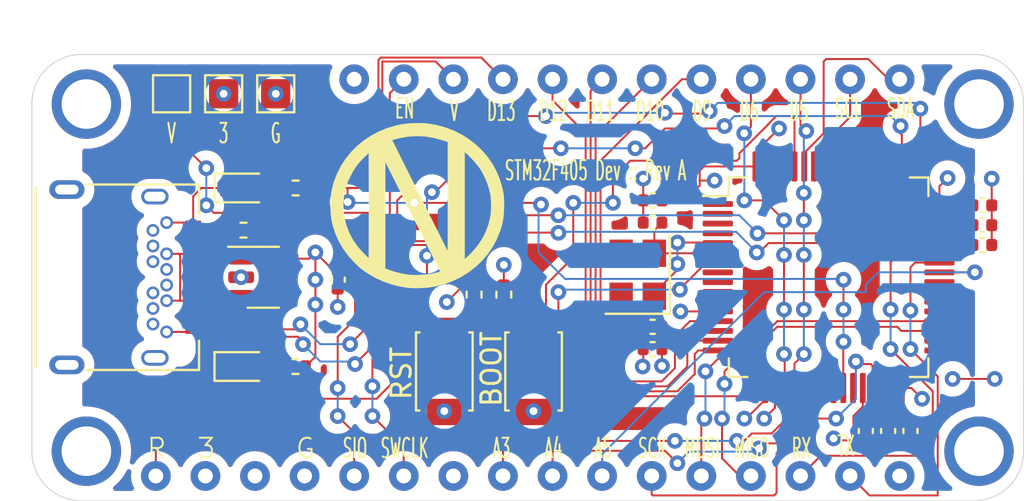
<source format=kicad_pcb>
(kicad_pcb (version 20211014) (generator pcbnew)
  (layers (0 "F.Cu" signal) (1 "In1.Cu" power "PWR") (2 "In2.Cu" power "GND") (31 "B.Cu" signal) (34 "B.Paste" user) (35 "F.Paste" user) (36 "B.SilkS" user "B.Silkscreen") (37 "F.SilkS" user "F.Silkscreen") (38 "B.Mask" user) (39 "F.Mask" user) (44 "Edge.Cuts" user))
  (net 0 "")
  (net 1 "+3V3")
  (net 2 "GND")
  (net 3 "Net-(C2-Pad1)")
  (net 4 "Net-(C3-Pad1)")
  (net 5 "Net-(C4-Pad1)")
  (net 6 "Net-(C5-Pad1)")
  (net 7 "Net-(D1-Pad2)")
  (net 8 "Net-(D2-Pad2)")
  (net 9 "VBUS")
  (net 11 "/usb_dp")
  (net 12 "/usb_dm")
  (net 14 "/enable")
  (net 15 "/gpio6")
  (net 16 "/nreset")
  (net 17 "/boot0")
  (net 19 "/pwm4")
  (net 20 "/pwm3")
  (net 21 "/pwm2")
  (net 22 "/pwm1")
  (net 23 "/gpio1")
  (net 24 "/gpio2")
  (net 25 "/scl")
  (net 26 "/sda")
  (net 29 "/gpio3")
  (net 30 "/gpio4")
  (net 31 "/gpio5")
  (net 32 "/sck")
  (net 33 "/mosi")
  (net 34 "/miso")
  (net 35 "/usart_rx")
  (net 36 "/usart_tx")
  (net 57 "/swdio")
  (net 58 "/swclk")
  (footprint "TestPoint:TestPoint_Pad_1.5x1.5mm" (layer "F.Cu") (at 126.111 79.756)
    (fp_text reference "TP1" hide)
    (fp_text value "TP_VBUS" hide)
  )
  (footprint "Capacitor_SMD:C_0402_1005Metric" (layer "F.Cu") (at 150.749 86.36 180)
    (fp_text reference "C3" hide)
    (fp_text value "20pF" hide)
  )
  (footprint "USB-C-Connectors:TYPE-C-31-M-04" (layer "F.Cu") (at 122.147 89.154 -90)
    (fp_text reference "P1" hide)
    (fp_text value "USB_C_Plug_USB2.0" hide)
  )
  (footprint "Capacitor_SMD:C_0402_1005Metric" (layer "F.Cu") (at 150.749 92.837 180)
    (fp_text reference "C11" hide)
    (fp_text value "100nF" hide)
  )
  (footprint "Capacitor_SMD:C_0402_1005Metric" (layer "F.Cu") (at 150.749 91.694 180)
    (fp_text reference "C2" hide)
    (fp_text value "20pF" hide)
  )
  (footprint "TestPoint:TestPoint_Pad_1.5x1.5mm" (layer "F.Cu") (at 128.778 79.756)
    (fp_text reference "TP2" hide)
    (fp_text value "TP_3V3" hide)
  )
  (footprint "adafruit:Feather_Main" (layer "F.Cu") (at 141.814 75.203)
    (fp_text reference "U1" hide)
    (fp_text value "Feather" hide)
    (fp_line (start 27.939532 22.908762) (end 27.94 5.08) (layer "Edge.Cuts") (width 0.05))
    (fp_line (start -20.32 25.4) (end 25.4 25.4) (layer "Edge.Cuts") (width 0.05))
    (fp_line (start 25.4 2.54) (end -20.32 2.54) (layer "Edge.Cuts") (width 0.05))
    (fp_line (start -22.86 5.08) (end -22.86 22.86) (layer "Edge.Cuts") (width 0.05))
    (fp_arc (start -20.32 25.4) (mid -22.116051 24.656051) (end -22.86 22.86) (layer "Edge.Cuts") (width 0.05))
    (fp_arc (start 25.4 2.54) (mid 27.196051 3.283949) (end 27.94 5.08) (layer "Edge.Cuts") (width 0.05))
    (fp_arc (start -22.86 5.08) (mid -22.116051 3.283949) (end -20.32 2.54) (layer "Edge.Cuts") (width 0.05))
    (fp_arc (start 27.939532 22.908762) (mid 27.178728 24.673209) (end 25.4 25.4) (layer "Edge.Cuts") (width 0.05))
  )
  (footprint "Package_TO_SOT_SMD:SOT-23-5" (layer "F.Cu") (at 130.81 89.154)
    (fp_text reference "U2" hide)
    (fp_text value "AP2112K-3.3" hide)
  )
  (footprint "Capacitor_SMD:C_0402_1005Metric" (layer "F.Cu") (at 150.749 85.217 180)
    (fp_text reference "C8" hide)
    (fp_text value "100nF" hide)
  )
  (footprint "Capacitor_SMD:C_0402_1005Metric" (layer "F.Cu") (at 163.957 97.028 -90)
    (fp_text reference "C9" hide)
    (fp_text value "100nF" hide)
  )
  (footprint "Capacitor_SMD:C_0402_1005Metric" (layer "F.Cu") (at 167.64 85.471)
    (fp_text reference "C10" hide)
    (fp_text value "4.7uF" hide)
  )
  (footprint "Resistor_SMD:R_0402_1005Metric" (layer "F.Cu") (at 132.461 84.582 180)
    (fp_text reference "R2" hide)
    (fp_text value "560" hide)
  )
  (footprint "Capacitor_SMD:C_0402_1005Metric" (layer "F.Cu") (at 161.671 97.028 -90)
    (fp_text reference "C4" hide)
    (fp_text value "2.2uF" hide)
  )
  (footprint "Crystal:Crystal_SMD_3225-4Pin_3.2x2.5mm" (layer "F.Cu") (at 149.987 89.027 90)
    (fp_text reference "Y1" hide)
    (fp_text value "12MHz" hide)
  )
  (footprint "TestPoint:TestPoint_Pad_1.5x1.5mm" (layer "F.Cu") (at 131.445 79.756)
    (fp_text reference "TP3" hide)
    (fp_text value "TP_GND" hide)
  )
  (footprint "Package_QFP:LQFP-64_10x10mm_P0.5mm" (layer "F.Cu") (at 159.766 89.154)
    (fp_text reference "U3" hide)
    (fp_text value "STM32F405RGTx" hide)
  )
  (footprint "tactile_switches:TS-1088-AR02016" (layer "F.Cu") (at 144.653 93.98 -90)
    (fp_text reference "SW2" hide)
    (fp_text value "BOOT")
  )
  (footprint "Capacitor_SMD:C_0402_1005Metric" (layer "F.Cu") (at 167.64 87.503)
    (fp_text reference "C5" hide)
    (fp_text value "2.2uF" hide)
  )
  (footprint "LED_SMD:LED_0603_1608Metric" (layer "F.Cu") (at 129.794 93.726)
    (fp_text reference "D2" hide)
    (fp_text value "LED" hide)
  )
  (footprint "Capacitor_SMD:C_0402_1005Metric" (layer "F.Cu") (at 134.62 89.281 -90)
    (fp_text reference "C1" hide)
    (fp_text value "1uF" hide)
  )
  (footprint "LED_SMD:LED_0603_1608Metric" (layer "F.Cu") (at 129.794 84.582)
    (fp_text reference "D1" hide)
    (fp_text value "LED" hide)
  )
  (footprint "Resistor_SMD:R_0402_1005Metric" (layer "F.Cu") (at 141.605 90.043 -90)
    (fp_text reference "R3" hide)
    (fp_text value "10k" hide)
  )
  (footprint "Capacitor_SMD:C_0402_1005Metric" (layer "F.Cu") (at 162.814 97.028 -90)
    (fp_text reference "C7" hide)
    (fp_text value "100nF" hide)
  )
  (footprint "Resistor_SMD:R_0402_1005Metric" (layer "F.Cu") (at 143.129 90.043 90)
    (fp_text reference "R4" hide)
    (fp_text value "10k" hide)
  )
  (footprint "tactile_switches:TS-1088-AR02016" (layer "F.Cu") (at 140.081 93.98 90)
    (fp_text reference "SW1" hide)
    (fp_text value "RST")
  )
  (footprint "Resistor_SMD:R_0402_1005Metric" (layer "F.Cu") (at 132.461 93.726)
    (fp_text reference "R5" hide)
    (fp_text value "560" hide)
  )
  (footprint "Capacitor_SMD:C_0402_1005Metric" (layer "F.Cu") (at 167.64 86.487)
    (fp_text reference "C6" hide)
    (fp_text value "100nF" hide)
  )
  (footprint "symbols:logo" (layer "F.Cu") (at 138.684 85.471)
    (fp_text reference "G***" hide)
    (fp_text value "LOGO" hide)
  )
  (footprint "Resistor_SMD:R_0402_1005Metric" (layer "F.Cu") (at 129.794 86.741)
    (fp_text reference "R1" hide)
    (fp_text value "10k" hide)
  )
  (gr_text "RX" (at 158.369 97.917) (layer "F.SilkS") (effects (font (size 1 0.5) (thickness 0.1))))
  (gr_text "D10" (at 150.622 80.645) (layer "F.SilkS") (effects (font (size 1 0.5) (thickness 0.1))))
  (gr_text "A4" (at 145.669 97.917) (layer "F.SilkS") (effects (font (size 1 0.5) (thickness 0.1))))
  (gr_text "SIO" (at 135.509 97.917) (layer "F.SilkS") (effects (font (size 1 0.5) (thickness 0.1))))
  (gr_text "A5" (at 148.209 97.917) (layer "F.SilkS") (effects (font (size 1 0.5) (thickness 0.1))))
  (gr_text "D13" (at 143.002 80.645) (layer "F.SilkS") (effects (font (size 1 0.5) (thickness 0.1))))
  (gr_text "G" (at 132.969 97.917) (layer "F.SilkS") (effects (font (size 1 1) (thickness 0.1))))
  (gr_text "D11" (at 148.082 80.645) (layer "F.SilkS") (effects (font (size 1 0.5) (thickness 0.1))))
  (gr_text "SWCLK" (at 138.049 97.917) (layer "F.SilkS") (effects (font (size 1 0.5) (thickness 0.1))))
  (gr_text "D9" (at 153.289 80.645) (layer "F.SilkS") (effects (font (size 1 0.5) (thickness 0.1))))
  (gr_text "3" (at 127.889 97.917) (layer "F.SilkS") (effects (font (size 1 1) (thickness 0.1))))
  (gr_text "V" (at 140.589 80.645) (layer "F.SilkS") (effects (font (size 1 0.5) (thickness 0.1))))
  (gr_text "SCK" (at 150.749 97.917) (layer "F.SilkS") (effects (font (size 1 0.5) (thickness 0.1))))
  (gr_text "TX" (at 160.655 97.79) (layer "F.SilkS") (effects (font (size 1 0.5) (thickness 0.1))))
  (gr_text "MOSI" (at 153.289 97.917) (layer "F.SilkS") (effects (font (size 1 0.5) (thickness 0.1))))
  (gr_text "STM32F405 Dev :: Rev A" (at 147.828 83.693) (layer "F.SilkS") (effects (font (size 1 0.5) (thickness 0.1))))
  (gr_text "R" (at 125.349 97.917) (layer "F.SilkS") (effects (font (size 1 1) (thickness 0.1))))
  (gr_text "D12" (at 145.669 80.645) (layer "F.SilkS") (effects (font (size 1 0.5) (thickness 0.1))))
  (gr_text "MISO" (at 155.829 97.917) (layer "F.SilkS") (effects (font (size 1 0.5) (thickness 0.1))))
  (gr_text "SCL" (at 160.782 80.518) (layer "F.SilkS") (effects (font (size 1 0.5) (thickness 0.1))))
  (gr_text "D5" (at 158.242 80.645) (layer "F.SilkS") (effects (font (size 1 0.5) (thickness 0.1))))
  (gr_text "V" (at 126.111 81.788) (layer "F.SilkS") (effects (font (size 1 0.5) (thickness 0.1))))
  (gr_text "SDA" (at 163.449 80.518) (layer "F.SilkS") (effects (font (size 1 0.5) (thickness 0.1))))
  (gr_text "A3" (at 143.002 97.917) (layer "F.SilkS") (effects (font (size 1 0.5) (thickness 0.1))))
  (gr_text "G" (at 131.445 81.788) (layer "F.SilkS") (effects (font (size 1 0.5) (thickness 0.1))))
  (gr_text "3" (at 128.778 81.788) (layer "F.SilkS") (effects (font (size 1 0.5) (thickness 0.1))))
  (gr_text "EN" (at 138.049 80.518) (layer "F.SilkS") (effects (font (size 1 0.5) (thickness 0.1))))
  (gr_text "D6" (at 155.702 80.645) (layer "F.SilkS") (effects (font (size 1 0.5) (thickness 0.1))))
  (segment (start 165.441 84.495) (end 165.862 84.074) (width 0.1) (layer "F.Cu") (net 1))
  (segment (start 153.162 83.693) (end 153.376 83.479) (width 0.1) (layer "F.Cu") (net 1))
  (segment (start 162.814 96.548) (end 163.957 96.548) (width 0.1) (layer "F.Cu") (net 1))
  (segment (start 164.0025 94.829) (end 163.516 94.829) (width 0.1) (layer "F.Cu") (net 1))
  (segment (start 133.477 90.551) (end 133.477 89.281) (width 0.1) (layer "F.Cu") (net 1))
  (segment (start 165.441 85.404) (end 165.441 84.495) (width 0.1) (layer "F.Cu") (net 1))
  (segment (start 133.477 90.551) (end 133.477 87.884) (width 0.1) (layer "F.Cu") (net 1))
  (segment (start 152.4 85.217) (end 153.162 84.455) (width 0.1) (layer "F.Cu") (net 1))
  (segment (start 151.229 92.837) (end 151.229 93.698) (width 0.1) (layer "F.Cu") (net 1))
  (segment (start 133.477 87.884) (end 134.394 88.801) (width 0.1) (layer "F.Cu") (net 1))
  (segment (start 165.441 85.404) (end 167.093 85.404) (width 0.1) (layer "F.Cu") (net 1))
  (segment (start 131.9475 88.204) (end 133.157 88.204) (width 0.1) (layer "F.Cu") (net 1))
  (segment (start 151.229 85.217) (end 152.4 85.217) (width 0.1) (layer "F.Cu") (net 1))
  (segment (start 141.605 89.533) (end 141.099 89.533) (width 0.1) (layer "F.Cu") (net 1))
  (segment (start 132.971 93.726) (end 133.477 93.22) (width 0.1) (layer "F.Cu") (net 1))
  (segment (start 153.162 84.201) (end 153.924 84.201) (width 0.1) (layer "F.Cu") (net 1))
  (segment (start 152.662 91.404) (end 154.091 91.404) (width 0.1) (layer "F.Cu") (net 1))
  (segment (start 163.516 96.107) (end 163.957 96.548) (width 0.1) (layer "F.Cu") (net 1))
  (segment (start 157.016 95.841) (end 157.016 94.829) (width 0.1) (layer "F.Cu") (net 1))
  (segment (start 163.516 94.829) (end 163.516 96.107) (width 0.1) (layer "F.Cu") (net 1))
  (segment (start 133.157 88.204) (end 133.477 87.884) (width 0.1) (layer "F.Cu") (net 1))
  (segment (start 153.162 84.201) (end 153.162 83.693) (width 0.1) (layer "F.Cu") (net 1))
  (segment (start 153.162 84.455) (end 153.162 84.201) (width 0.1) (layer "F.Cu") (net 1))
  (segment (start 164.5505 95.377) (end 164.0025 94.829) (width 0.1) (layer "F.Cu") (net 1))
  (segment (start 153.376 83.479) (end 156.016 83.479) (width 0.1) (layer "F.Cu") (net 1))
  (segment (start 167.16 86.487) (end 167.16 85.471) (width 0.1) (layer "F.Cu") (net 1))
  (segment (start 156.464 96.393) (end 157.016 95.841) (width 0.1) (layer "F.Cu") (net 1))
  (segment (start 133.477 93.22) (end 133.477 90.551) (width 0.1) (layer "F.Cu") (net 1))
  (segment (start 134.394 88.801) (end 134.62 88.801) (width 0.1) (layer "F.Cu") (net 1))
  (segment (start 167.093 85.404) (end 167.16 85.471) (width 0.1) (layer "F.Cu") (net 1))
  (segment (start 151.229 92.837) (end 152.662 91.404) (width 0.1) (layer "F.Cu") (net 1))
  (segment (start 141.099 89.533) (end 140.208 90.424) (width 0.1) (layer "F.Cu") (net 1))
  (via (at 165.862 84.074) (size 0.8) (drill 0.4) (layers "F.Cu" "B.Cu") (net 1))
  (via (at 140.208 90.424) (size 0.8) (drill 0.4) (layers "F.Cu" "B.Cu") (net 1))
  (via (at 128.778 79.756) (size 0.8) (drill 0.4) (layers "F.Cu" "B.Cu") (net 1))
  (via (at 151.229 93.698) (size 0.8) (drill 0.4) (layers "F.Cu" "B.Cu") (net 1))
  (via (at 164.5505 95.377) (size 0.8) (drill 0.4) (layers "F.Cu" "B.Cu") (net 1))
  (via (at 144.653 96.012) (size 0.8) (drill 0.4) (layers "F.Cu" "B.Cu") (net 1))
  (via (at 133.477 89.281) (size 0.8) (drill 0.4) (layers "F.Cu" "B.Cu") (net 1))
  (via (at 156.464 96.393) (size 0.8) (drill 0.4) (layers "F.Cu" "B.Cu") (net 1))
  (via (at 133.477 90.551) (size 0.8) (drill 0.4) (layers "F.Cu" "B.Cu") (net 1))
  (via (at 153.924 84.201) (size 0.8) (drill 0.4) (layers "F.Cu" "B.Cu") (net 1))
  (via (at 133.477 87.884) (size 0.8) (drill 0.4) (layers "F.Cu" "B.Cu") (net 1))
  (segment (start 127.635 84.582) (end 129.0065 84.582) (width 0.1) (layer "F.Cu") (net 2))
  (segment (start 161.671 97.508) (end 162.814 97.508) (width 0.1) (layer "F.Cu") (net 2))
  (segment (start 150.269 92.837) (end 150.269 93.698) (width 0.1) (layer "F.Cu") (net 2))
  (segment (start 166.116 94.361) (end 168.275 94.361) (width 0.1) (layer "F.Cu") (net 2))
  (segment (start 161.516 94.829) (end 161.516 95.786) (width 0.1) (layer "F.Cu") (net 2))
  (segment (start 150.269 93.698) (end 150.241 93.726) (width 0.1) (layer "F.Cu") (net 2))
  (segment (start 168.12 87.503) (end 168.12 86.487) (width 0.1) (layer "F.Cu") (net 2))
  (segment (start 160.02 97.409) (end 160.119 97.508) (width 0.1) (layer "F.Cu") (net 2))
  (segment (start 161.036 97.409) (end 161.135 97.508) (width 0.1) (layer "F.Cu") (net 2))
  (segment (start 155.448 96.393) (end 155.544519 96.393) (width 0.1) (layer "F.Cu") (net 2))
  (segment (start 127.217 85) (end 127.635 84.582) (width 0.1) (layer "F.Cu") (net 2))
  (segment (start 127.167 91.954) (end 127.217 91.904) (width 0.1) (layer "F.Cu") (net 2))
  (segment (start 161.135 97.508) (end 161.671 97.508) (width 0.1) (layer "F.Cu") (net 2))
  (segment (start 150.269 85.217) (end 150.269 84.102) (width 0.1) (layer "F.Cu") (net 2))
  (segment (start 156.516 95.421519) (end 156.516 94.829) (width 0.1) (layer "F.Cu") (net 2))
  (segment (start 161.516 95.786) (end 161.036 96.266) (width 0.1) (layer "F.Cu") (net 2))
  (segment (start 143.129 89.533) (end 143.129 88.519) (width 0.1) (layer "F.Cu") (net 2))
  (segment (start 155.544519 96.393) (end 156.516 95.421519) (width 0.1) (layer "F.Cu") (net 2))
  (segment (start 125.857 86.354) (end 127.167 86.354) (width 0.1) (layer "F.Cu") (net 2))
  (segment (start 129.0065 93.6935) (end 129.0065 93.726) (width 0.1) (layer "F.Cu") (net 2))
  (segment (start 168.12 85.471) (end 168.12 86.487) (width 0.1) (layer "F.Cu") (net 2))
  (segment (start 160.119 97.508) (end 161.135 97.508) (width 0.1) (layer "F.Cu") (net 2))
  (segment (start 156.516 82.244) (end 157.226 81.534) (width 0.1) (layer "F.Cu") (net 2))
  (segment (start 161.036 96.266) (end 161.036 97.409) (width 0.1) (layer "F.Cu") (net 2))
  (segment (start 154.091 90.904) (end 152.174 90.904) (width 0.1) (layer "F.Cu") (net 2))
  (segment (start 150.269 91.694) (end 150.269 92.837) (width 0.1) (layer "F.Cu") (net 2))
  (segment (start 127.217 86.404) (end 127.217 85) (width 0.1) (layer "F.Cu") (net 2))
  (segment (start 134.62 89.761) (end 134.62 90.678) (width 0.1) (layer "F.Cu") (net 2))
  (segment (start 127.217 91.904) (end 129.0065 93.6935) (width 0.1) (layer "F.Cu") (net 2))
  (segment (start 162.814 97.508) (end 163.957 97.508) (width 0.1) (layer "F.Cu") (net 2))
  (segment (start 127.167 86.354) (end 127.217 86.404) (width 0.1) (layer "F.Cu") (net 2))
  (segment (start 150.269 85.217) (end 150.269 86.36) (width 0.1) (layer "F.Cu") (net 2))
  (segment (start 125.857 91.954) (end 127.167 91.954) (width 0.1) (layer "F.Cu") (net 2))
  (segment (start 168.12 85.471) (end 168.12 84.102) (width 0.1) (layer "F.Cu") (net 2))
  (segment (start 156.516 83.479) (end 156.516 82.244) (width 0.1) (layer "F.Cu") (net 2))
  (via (at 168.275 94.361) (size 0.8) (drill 0.4) (layers "F.Cu" "B.Cu") (net 2))
  (via (at 131.445 79.756) (size 0.8) (drill 0.4) (layers "F.Cu" "B.Cu") (net 2))
  (via (at 129.667 89.154) (size 0.8) (drill 0.4) (layers "F.Cu" "B.Cu") (net 2))
  (via (at 150.269 84.102) (size 0.8) (drill 0.4) (layers "F.Cu" "B.Cu") (net 2))
  (via (at 166.116 94.361) (size 0.8) (drill 0.4) (layers "F.Cu" "B.Cu") (net 2))
  (via (at 140.081 96.012) (size 0.8) (drill 0.4) (layers "F.Cu" "B.Cu") (net 2))
  (via (at 157.226 81.534) (size 0.8) (drill 0.4) (layers "F.Cu" "B.Cu") (net 2))
  (via (at 143.129 88.519) (size 0.8) (drill 0.4) (layers "F.Cu" "B.Cu") (net 2))
  (via (at 152.174 90.904) (size 0.8) (drill 0.4) (layers "F.Cu" "B.Cu") (net 2))
  (via (at 150.241 93.726) (size 0.8) (drill 0.4) (layers "F.Cu" "B.Cu") (net 2))
  (via (at 155.448 96.393) (size 0.8) (drill 0.4) (layers "F.Cu" "B.Cu") (net 2))
  (via (at 168.12 84.102) (size 0.8) (drill 0.4) (layers "F.Cu" "B.Cu") (net 2))
  (via (at 160.02 97.409) (size 0.8) (drill 0.4) (layers "F.Cu" "B.Cu") (net 2))
  (via (at 134.62 90.678) (size 0.8) (drill 0.4) (layers "F.Cu" "B.Cu") (net 2))
  (segment (start 150.837 91.302) (end 150.837 90.127) (width 0.1) (layer "F.Cu") (net 3))
  (segment (start 152.019 87.376) (end 154.063 87.376) (width 0.1) (layer "F.Cu") (net 3))
  (segment (start 154.063 87.376) (end 154.091 87.404) (width 0.1) (layer "F.Cu") (net 3))
  (segment (start 152.019 88.773) (end 152.019 88.4765) (width 0.1) (layer "F.Cu") (net 3))
  (segment (start 151.229 91.694) (end 150.837 91.302) (width 0.1) (layer "F.Cu") (net 3))
  (segment (start 150.837 90.127) (end 150.837 89.955) (width 0.1) (layer "F.Cu") (net 3))
  (segment (start 150.837 89.955) (end 152.019 88.773) (width 0.1) (layer "F.Cu") (net 3))
  (via (at 152.019 87.376) (size 0.8) (drill 0.4) (layers "F.Cu" "B.Cu") (net 3))
  (via (at 152.019 88.4765) (size 0.8) (drill 0.4) (layers "F.Cu" "B.Cu") (net 3))
  (segment (start 152.019 88.4765) (end 152.019 87.376) (width 0.1) (layer "B.Cu") (net 3))
  (segment (start 150.837 87.927) (end 154.068 87.927) (width 0.1) (layer "F.Cu") (net 4))
  (segment (start 154.068 87.927) (end 154.091 87.904) (width 0.1) (layer "F.Cu") (net 4))
  (segment (start 151.229 86.36) (end 150.837 86.752) (width 0.1) (layer "F.Cu") (net 4))
  (segment (start 150.837 86.752) (end 150.837 87.927) (width 0.1) (layer "F.Cu") (net 4))
  (segment (start 162.814 96.012) (end 163.016 95.81) (width 0.1) (layer "F.Cu") (net 5))
  (segment (start 163.016 95.81) (end 163.016 94.829) (width 0.1) (layer "F.Cu") (net 5))
  (segment (start 161.671 96.012) (end 162.814 96.012) (width 0.1) (layer "F.Cu") (net 5))
  (segment (start 161.671 96.548) (end 161.671 96.012) (width 0.1) (layer "F.Cu") (net 5))
  (segment (start 166.549 85.904) (end 166.624 85.979) (width 0.1) (layer "F.Cu") (net 6))
  (segment (start 166.624 86.967) (end 167.16 87.503) (width 0.1) (layer "F.Cu") (net 6))
  (segment (start 165.441 85.904) (end 166.549 85.904) (width 0.1) (layer "F.Cu") (net 6))
  (segment (start 166.624 85.979) (end 166.624 86.967) (width 0.1) (layer "F.Cu") (net 6))
  (segment (start 130.5815 84.582) (end 131.951 84.582) (width 0.1) (layer "F.Cu") (net 7))
  (segment (start 130.5815 93.726) (end 131.951 93.726) (width 0.1) (layer "F.Cu") (net 8))
  (segment (start 129.284 87.8155) (end 129.6725 88.204) (width 0.1) (layer "F.Cu") (net 9))
  (segment (start 136.906 78.105) (end 137.622928 78.105) (width 0.1) (layer "F.Cu") (net 9))
  (segment (start 129.284 86.741) (end 129.284 87.8155) (width 0.1) (layer "F.Cu") (net 9))
  (segment (start 127.167 87.954) (end 127.217 87.904) (width 0.1) (layer "F.Cu") (net 9))
  (segment (start 137.622928 78.105) (end 137.626439 78.101489) (width 0.1) (layer "F.Cu") (net 9))
  (segment (start 129.286 85.852) (end 136.906 85.852) (width 0.1) (layer "F.Cu") (net 9))
  (segment (start 126.435 87.954) (end 127.167 87.954) (width 0.1) (layer "F.Cu") (net 9))
  (segment (start 129.284 85.854) (end 128.272 85.854) (width 0.1) (layer "F.Cu") (net 9))
  (segment (start 126.111 81.788) (end 126.111 79.756) (width 0.1) (layer "F.Cu") (net 9))
  (segment (start 129.284 86.741) (end 129.284 85.854) (width 0.1) (layer "F.Cu") (net 9))
  (segment (start 125.857 90.354) (end 126.549 90.354) (width 0.1) (layer "F.Cu") (net 9))
  (segment (start 127.167 90.354) (end 127.217 90.404) (width 0.1) (layer "F.Cu") (net 9))
  (segment (start 127.889 83.566) (end 126.111 81.788) (width 0.1) (layer "F.Cu") (net 9))
  (segment (start 137.626439 78.101489) (end 139.632489 78.101489) (width 0.1) (layer "F.Cu") (net 9))
  (segment (start 126.549 88.011) (end 126.549 90.354) (width 0.1) (layer "F.Cu") (net 9))
  (segment (start 129.3725 87.904) (end 129.6725 88.204) (width 0.1) (layer "F.Cu") (net 9))
  (segment (start 125.857 87.954) (end 126.435 87.954) (width 0.1) (layer "F.Cu") (net 9))
  (segment (start 126.549 90.354) (end 127.167 90.354) (width 0.1) (layer "F.Cu") (net 9))
  (segment (start 127.217 87.904) (end 129.3725 87.904) (width 0.1) (layer "F.Cu") (net 9))
  (segment (start 128.272 85.854) (end 127.889 85.471) (width 0.1) (layer "F.Cu") (net 9))
  (segment (start 139.632489 78.101489) (end 140.544 79.013) (width 0.1) (layer "F.Cu") (net 9))
  (segment (start 129.284 85.854) (end 129.286 85.852) (width 0.1) (layer "F.Cu") (net 9))
  (segment (start 136.906 85.852) (end 136.906 78.105) (width 0.1) (layer "F.Cu") (net 9))
  (segment (start 126.492 87.954) (end 126.549 88.011) (width 0.1) (layer "F.Cu") (net 9))
  (via (at 127.889 85.471) (size 0.8) (drill 0.4) (layers "F.Cu" "B.Cu") (net 9))
  (via (at 127.889 83.566) (size 0.8) (drill 0.4) (layers "F.Cu" "B.Cu") (net 9))
  (segment (start 127.889 85.471) (end 127.889 83.566) (width 0.1) (layer "B.Cu") (net 9))
  (segment (start 141.478 85.979) (end 145.923 85.979) (width 0.1) (layer "F.Cu") (net 11))
  (segment (start 127.217 88.904) (end 128.274 88.904) (width 0.1) (layer "F.Cu") (net 11))
  (segment (start 132.461 91.821) (end 132.715 91.567) (width 0.1) (layer "F.Cu") (net 11))
  (segment (start 128.274 88.904) (end 128.524 89.154) (width 0.1) (layer "F.Cu") (net 11))
  (segment (start 140.15352 87.30348) (end 141.478 85.979) (width 0.1) (layer "F.Cu") (net 11))
  (segment (start 135.255 92.583) (end 136.144 91.694) (width 0.1) (layer "F.Cu") (net 11))
  (segment (start 128.524 91.821) (end 132.461 91.821) (width 0.1) (layer "F.Cu") (net 11))
  (segment (start 165.441 86.904) (end 156.119 86.904) (width 0.1) (layer "F.Cu") (net 11))
  (segment (start 128.524 89.154) (end 128.524 91.821) (width 0.1) (layer "F.Cu") (net 11))
  (segment (start 136.144 91.694) (end 136.144 87.601836) (width 0.1) (layer "F.Cu") (net 11))
  (segment (start 136.144 87.601836) (end 136.442356 87.30348) (width 0.1) (layer "F.Cu") (net 11))
  (segment (start 136.442356 87.30348) (end 140.15352 87.30348) (width 0.1) (layer "F.Cu") (net 11))
  (via (at 132.715 91.567) (size 0.8) (drill 0.4) (layers "F.Cu" "B.Cu") (net 11))
  (via (at 135.255 92.583) (size 0.8) (drill 0.4) (layers "F.Cu" "B.Cu") (net 11))
  (via (at 156.119 86.904) (size 0.8) (drill 0.4) (layers "F.Cu" "B.Cu") (net 11))
  (via (at 145.923 85.979) (size 0.8) (drill 0.4) (layers "F.Cu" "B.Cu") (net 11))
  (segment (start 133.731 92.583) (end 135.255 92.583) (width 0.1) (layer "B.Cu") (net 11))
  (segment (start 132.715 91.567) (end 133.731 92.583) (width 0.1) (layer "B.Cu") (net 11))
  (segment (start 156.119 86.904) (end 155.194 85.979) (width 0.1) (layer "B.Cu") (net 11))
  (segment (start 155.194 85.979) (end 145.923 85.979) (width 0.1) (layer "B.Cu") (net 11))
  (segment (start 156.21 87.884) (end 156.083 87.884) (width 0.1) (layer "F.Cu") (net 12))
  (segment (start 132.842 92.456) (end 132.842 92.583) (width 0.1) (layer "F.Cu") (net 12))
  (segment (start 128.016 92.202) (end 132.588 92.202) (width 0.1) (layer "F.Cu") (net 12))
  (segment (start 136.398 92.71) (end 136.398 87.63) (width 0.1) (layer "F.Cu") (net 12))
  (segment (start 132.588 92.202) (end 132.842 92.456) (width 0.1) (layer "F.Cu") (net 12))
  (segment (start 156.69 87.404) (end 156.21 87.884) (width 0.1) (layer "F.Cu") (net 12))
  (segment (start 135.509 93.599) (end 136.398 92.71) (width 0.1) (layer "F.Cu") (net 12))
  (segment (start 128.016 89.789) (end 128.016 92.202) (width 0.1) (layer "F.Cu") (net 12))
  (segment (start 127.217 89.404) (end 127.631 89.404) (width 0.1) (layer "F.Cu") (net 12))
  (segment (start 141.732 86.868) (end 145.912497 86.868) (width 0.1) (layer "F.Cu") (net 12))
  (segment (start 165.441 87.404) (end 156.69 87.404) (width 0.1) (layer "F.Cu") (net 12))
  (segment (start 127.631 89.404) (end 128.016 89.789) (width 0.1) (layer "F.Cu") (net 12))
  (segment (start 136.398 87.63) (end 136.525 87.503) (width 0.1) (layer "F.Cu") (net 12))
  (segment (start 136.525 87.503) (end 141.097 87.503) (width 0.1) (layer "F.Cu") (net 12))
  (segment (start 145.912497 86.868) (end 145.923 86.878503) (width 0.1) (layer "F.Cu") (net 12))
  (segment (start 141.097 87.503) (end 141.732 86.868) (width 0.1) (layer "F.Cu") (net 12))
  (via (at 135.509 93.599) (size 0.8) (drill 0.4) (layers "F.Cu" "B.Cu") (net 12))
  (via (at 156.083 87.884) (size 0.8) (drill 0.4) (layers "F.Cu" "B.Cu") (net 12))
  (via (at 132.842 92.583) (size 0.8) (drill 0.4) (layers "F.Cu" "B.Cu") (net 12))
  (via (at 145.923 86.878503) (size 0.8) (drill 0.4) (layers "F.Cu" "B.Cu") (net 12))
  (segment (start 145.975014 86.826489) (end 145.923 86.878503) (width 0.1) (layer "B.Cu") (net 12))
  (segment (start 155.025489 86.826489) (end 145.975014 86.826489) (width 0.1) (layer "B.Cu") (net 12))
  (segment (start 156.083 87.884) (end 155.025489 86.826489) (width 0.1) (layer "B.Cu") (net 12))
  (segment (start 135.382 93.472) (end 135.509 93.599) (width 0.1) (layer "B.Cu") (net 12))
  (segment (start 133.731 93.472) (end 135.382 93.472) (width 0.1) (layer "B.Cu") (net 12))
  (segment (start 132.842 92.583) (end 133.731 93.472) (width 0.1) (layer "B.Cu") (net 12))
  (segment (start 130.749 90.104) (end 129.6725 90.104) (width 0.1) (layer "F.Cu") (net 14))
  (segment (start 130.812 86.233) (end 137.287 86.233) (width 0.1) (layer "F.Cu") (net 14))
  (segment (start 130.81 87.247) (end 130.81 90.043) (width 0.1) (layer "F.Cu") (net 14))
  (segment (start 130.304 86.741) (end 130.812 86.233) (width 0.1) (layer "F.Cu") (net 14))
  (segment (start 130.304 86.741) (end 130.81 87.247) (width 0.1) (layer "F.Cu") (net 14))
  (segment (start 137.287 86.233) (end 137.287 79.73) (width 0.1) (layer "F.Cu") (net 14))
  (segment (start 130.81 90.043) (end 130.749 90.104) (width 0.1) (layer "F.Cu") (net 14))
  (segment (start 137.287 79.73) (end 138.004 79.013) (width 0.1) (layer "F.Cu") (net 14))
  (segment (start 135.128 84.582) (end 136.70648 84.582) (width 0.1) (layer "F.Cu") (net 15))
  (segment (start 144.9485 85.344) (end 138.5535 85.344) (width 0.1) (layer "F.Cu") (net 15))
  (segment (start 136.826868 77.901969) (end 141.972969 77.901969) (width 0.1) (layer "F.Cu") (net 15))
  (segment (start 135.128 85.3025) (end 135.128 84.582) (width 0.1) (layer "F.Cu") (net 15))
  (segment (start 160.528 90.805) (end 160.528 89.281) (width 0.1) (layer "F.Cu") (net 15))
  (segment (start 141.972969 77.901969) (end 143.084 79.013) (width 0.1) (layer "F.Cu") (net 15))
  (segment (start 132.971 84.582) (end 135.128 84.582) (width 0.1) (layer "F.Cu") (net 15))
  (segment (start 160.516 92.468) (end 160.528 92.456) (width 0.1) (layer "F.Cu") (net 15))
  (segment (start 136.70648 78.022357) (end 136.826868 77.901969) (width 0.1) (layer "F.Cu") (net 15))
  (segment (start 136.70648 84.582) (end 136.70648 78.022357) (width 0.1) (layer "F.Cu") (net 15))
  (segment (start 145.034 85.4295) (end 144.9485 85.344) (width 0.1) (layer "F.Cu") (net 15))
  (segment (start 160.516 94.829) (end 160.516 92.468) (width 0.1) (layer "F.Cu") (net 15))
  (via (at 135.128 85.3025) (size 0.8) (drill 0.4) (layers "F.Cu" "B.Cu") (net 15))
  (via (at 138.5535 85.344) (size 0.8) (drill 0.4) (layers "F.Cu" "B.Cu") (net 15))
  (via (at 145.034 85.4295) (size 0.8) (drill 0.4) (layers "F.Cu" "B.Cu") (net 15))
  (via (at 160.528 92.456) (size 0.8) (drill 0.4) (layers "F.Cu" "B.Cu") (net 15))
  (via (at 160.528 89.281) (size 0.8) (drill 0.4) (layers "F.Cu" "B.Cu") (net 15))
  (via (at 160.528 90.805) (size 0.8) (drill 0.4) (layers "F.Cu" "B.Cu") (net 15))
  (segment (start 144.9925 85.471) (end 145.034 85.4295) (width 0.1) (layer "B.Cu") (net 15))
  (segment (start 144.907 87.884) (end 144.907 85.471) (width 0.1) (layer "B.Cu") (net 15))
  (segment (start 160.528 92.456) (end 160.528 90.805) (width 0.1) (layer "B.Cu") (net 15))
  (segment (start 160.528 89.281) (end 160.486489 89.239489) (width 0.1) (layer "B.Cu") (net 15))
  (segment (start 160.486489 89.239489) (end 146.262489 89.239489) (width 0.1) (layer "B.Cu") (net 15))
  (segment (start 146.262489 89.239489) (end 144.907 87.884) (width 0.1) (layer "B.Cu") (net 15))
  (segment (start 135.1695 85.344) (end 135.128 85.3025) (width 0.1) (layer "B.Cu") (net 15))
  (segment (start 144.907 85.471) (end 144.9925 85.471) (width 0.1) (layer "B.Cu") (net 15))
  (segment (start 138.5535 85.344) (end 135.1695 85.344) (width 0.1) (layer "B.Cu") (net 15))
  (segment (start 135.128 85.344) (end 135.128 85.3025) (width 0.1) (layer "B.Cu") (net 15))
  (segment (start 141.433 90.553) (end 141.605 90.553) (width 0.1) (layer "F.Cu") (net 16))
  (segment (start 140.081 91.905) (end 141.433 90.553) (width 0.1) (layer "F.Cu") (net 16))
  (segment (start 154.091 88.404) (end 153.498481 88.404) (width 0.1) (layer "F.Cu") (net 16))
  (segment (start 125.304 99.333) (end 125.304 96.057) (width 0.1) (layer "F.Cu") (net 16))
  (segment (start 152.146 89.756481) (end 152.146 89.789) (width 0.1) (layer "F.Cu") (net 16))
  (segment (start 145.923 89.916) (end 145.923 93.726) (width 0.1) (layer "F.Cu") (net 16))
  (segment (start 140.081 93.726) (end 140.081 91.905) (width 0.1) (layer "F.Cu") (net 16))
  (segment (start 153.498481 88.404) (end 152.146 89.756481) (width 0.1) (layer "F.Cu") (net 16))
  (segment (start 145.923 93.726) (end 140.081 93.726) (width 0.1) (layer "F.Cu") (net 16))
  (segment (start 136.609 95.377) (end 140.081 91.905) (width 0.1) (layer "F.Cu") (net 16))
  (segment (start 125.984 95.377) (end 136.609 95.377) (width 0.1) (layer "F.Cu") (net 16))
  (segment (start 125.304 96.057) (end 125.984 95.377) (width 0.1) (layer "F.Cu") (net 16))
  (via (at 152.146 89.789) (size 0.8) (drill 0.4) (layers "F.Cu" "B.Cu") (net 16))
  (via (at 145.923 89.916) (size 0.8) (drill 0.4) (layers "F.Cu" "B.Cu") (net 16))
  (segment (start 145.923 89.916) (end 146.05 89.789) (width 0.1) (layer "B.Cu") (net 16))
  (segment (start 146.05 89.789) (end 152.146 89.789) (width 0.1) (layer "B.Cu") (net 16))
  (segment (start 155.194 82.804) (end 155.194 83.058) (width 0.1) (layer "F.Cu") (net 17))
  (segment (start 145.288 89.535) (end 145.288 90.551) (width 0.1) (layer "F.Cu") (net 17))
  (segment (start 156.676489 81.321511) (end 155.194 82.804) (width 0.1) (layer "F.Cu") (net 17))
  (segment (start 157.861 80.899) (end 157.083873 80.899) (width 0.1) (layer "F.Cu") (net 17))
  (segment (start 158.016 81.054) (end 157.861 80.899) (width 0.1) (layer "F.Cu") (net 17))
  (segment (start 146.685 88.138) (end 145.288 89.535) (width 0.1) (layer "F.Cu") (net 17))
  (segment (start 149.606 83.185) (end 148.717 84.074) (width 0.1) (layer "F.Cu") (net 17))
  (segment (start 144.655 90.553) (end 143.129 90.553) (width 0.1) (layer "F.Cu") (net 17))
  (segment (start 145.288 90.551) (end 145.286 90.553) (width 0.1) (layer "F.Cu") (net 17))
  (segment (start 155.194 83.058) (end 155.067 83.185) (width 0.1) (layer "F.Cu") (net 17))
  (segment (start 155.067 83.185) (end 149.606 83.185) (width 0.1) (layer "F.Cu") (net 17))
  (segment (start 157.083873 80.899) (end 156.676489 81.306384) (width 0.1) (layer "F.Cu") (net 17))
  (segment (start 158.016 83.479) (end 158.016 81.054) (width 0.1) (layer "F.Cu") (net 17))
  (segment (start 144.653 90.555) (end 144.655 90.553) (width 0.1) (layer "F.Cu") (net 17))
  (segment (start 144.653 91.905) (end 144.653 90.555) (width 0.1) (layer "F.Cu") (net 17))
  (segment (start 156.676489 81.306384) (end 156.676489 81.321511) (width 0.1) (layer "F.Cu") (net 17))
  (segment (start 148.717 84.074) (end 148.717 85.344) (width 0.1) (layer "F.Cu") (net 17))
  (segment (start 146.685 85.344) (end 146.685 88.138) (width 0.1) (layer "F.Cu") (net 17))
  (segment (start 145.286 90.553) (end 144.655 90.553) (width 0.1) (layer "F.Cu") (net 17))
  (via (at 148.717 85.344) (size 0.8) (drill 0.4) (layers "F.Cu" "B.Cu") (net 17))
  (via (at 146.685 85.344) (size 0.8) (drill 0.4) (layers "F.Cu" "B.Cu") (net 17))
  (segment (start 148.717 85.344) (end 146.685 85.344) (width 0.1) (layer "B.Cu") (net 17))
  (segment (start 156.016 94.829) (end 155.595 95.25) (width 0.1) (layer "F.Cu") (net 19))
  (segment (start 147.32 90.678) (end 147.32 81.788) (width 0.1) (layer "F.Cu") (net 19))
  (segment (start 145.624 80.092) (end 145.624 79.013) (width 0.1) (layer "F.Cu") (net 19))
  (segment (start 146.939 95.25) (end 146.939 91.059) (width 0.1) (layer "F.Cu") (net 19))
  (segment (start 146.939 91.059) (end 147.32 90.678) (width 0.1) (layer "F.Cu") (net 19))
  (segment (start 155.595 95.25) (end 146.939 95.25) (width 0.1) (layer "F.Cu") (net 19))
  (segment (start 147.32 81.788) (end 145.624 80.092) (width 0.1) (layer "F.Cu") (net 19))
  (segment (start 147.574 90.932) (end 147.574 79.603) (width 0.1) (layer "F.Cu") (net 20))
  (segment (start 152.019 94.996) (end 147.32 94.996) (width 0.1) (layer "F.Cu") (net 20))
  (segment (start 152.908 94.107) (end 152.019 94.996) (width 0.1) (layer "F.Cu") (net 20))
  (segment (start 154.091 92.904) (end 153.095 92.904) (width 0.1) (layer "F.Cu") (net 20))
  (segment (start 147.193 91.313) (end 147.574 90.932) (width 0.1) (layer "F.Cu") (net 20))
  (segment (start 147.32 94.996) (end 147.193 94.869) (width 0.1) (layer "F.Cu") (net 20))
  (segment (start 147.574 79.603) (end 148.164 79.013) (width 0.1) (layer "F.Cu") (net 20))
  (segment (start 153.095 92.904) (end 152.908 93.091) (width 0.1) (layer "F.Cu") (net 20))
  (segment (start 147.193 94.869) (end 147.193 91.313) (width 0.1) (layer "F.Cu") (net 20))
  (segment (start 152.908 93.091) (end 152.908 94.107) (width 0.1) (layer "F.Cu") (net 20))
  (segment (start 147.828 81.889) (end 150.704 79.013) (width 0.1) (layer "F.Cu") (net 21))
  (segment (start 152.527 92.71) (end 152.527 93.726) (width 0.1) (layer "F.Cu") (net 21))
  (segment (start 152.527 93.726) (end 151.511 94.742) (width 0.1) (layer "F.Cu") (net 21))
  (segment (start 147.672837 94.742) (end 147.447 94.516163) (width 0.1) (layer "F.Cu") (net 21))
  (segment (start 152.833 92.404) (end 152.527 92.71) (width 0.1) (layer "F.Cu") (net 21))
  (segment (start 154.091 92.404) (end 152.833 92.404) (width 0.1) (layer "F.Cu") (net 21))
  (segment (start 147.828 91.059) (end 147.828 81.889) (width 0.1) (layer "F.Cu") (net 21))
  (segment (start 151.511 94.742) (end 147.672837 94.742) (width 0.1) (layer "F.Cu") (net 21))
  (segment (start 147.447 91.44) (end 147.828 91.059) (width 0.1) (layer "F.Cu") (net 21))
  (segment (start 147.447 94.516163) (end 147.447 91.44) (width 0.1) (layer "F.Cu") (net 21))
  (segment (start 151.892 93.812127) (end 151.216127 94.488) (width 0.1) (layer "F.Cu") (net 22))
  (segment (start 152.698 91.904) (end 151.892 92.71) (width 0.1) (layer "F.Cu") (net 22))
  (segment (start 148.082 91.313) (end 148.082 83.185) (width 0.1) (layer "F.Cu") (net 22))
  (segment (start 154.091 91.904) (end 152.698 91.904) (width 0.1) (layer "F.Cu") (net 22))
  (segment (start 148.082 83.185) (end 152.254 79.013) (width 0.1) (layer "F.Cu") (net 22))
  (segment (start 147.701 94.488) (end 147.701 91.694) (width 0.1) (layer "F.Cu") (net 22))
  (segment (start 147.701 91.694) (end 148.082 91.313) (width 0.1) (layer "F.Cu") (net 22))
  (segment (start 151.216127 94.488) (end 147.701 94.488) (width 0.1) (layer "F.Cu") (net 22))
  (segment (start 151.892 92.71) (end 151.892 93.812127) (width 0.1) (layer "F.Cu") (net 22))
  (segment (start 152.254 79.013) (end 153.244 79.013) (width 0.1) (layer "F.Cu") (net 22))
  (segment (start 157.516 93.127) (end 157.48 93.091) (width 0.1) (layer "F.Cu") (net 23))
  (segment (start 157.516 94.829) (end 157.516 93.127) (width 0.1) (layer "F.Cu") (net 23))
  (segment (start 157.48 90.805) (end 157.48 88.011) (width 0.1) (layer "F.Cu") (net 23))
  (segment (start 157.48 86.233) (end 156.464 85.217) (width 0.1) (layer "F.Cu") (net 23))
  (segment (start 155.784 81.436888) (end 155.784 79.013) (width 0.1) (layer "F.Cu") (net 23))
  (segment (start 156.464 85.217) (end 155.448 85.217) (width 0.1) (layer "F.Cu") (net 23))
  (segment (start 155.440444 81.780444) (end 155.784 81.436888) (width 0.1) (layer "F.Cu") (net 23))
  (via (at 155.440444 81.780444) (size 0.8) (drill 0.4) (layers "F.Cu" "B.Cu") (net 23))
  (via (at 157.48 88.011) (size 0.8) (drill 0.4) (layers "F.Cu" "B.Cu") (net 23))
  (via (at 157.48 86.233) (size 0.8) (drill 0.4) (layers "F.Cu" "B.Cu") (net 23))
  (via (at 157.48 93.091) (size 0.8) (drill 0.4) (layers "F.Cu" "B.Cu") (net 23))
  (via (at 155.448 85.217) (size 0.8) (drill 0.4) (layers "F.Cu" "B.Cu") (net 23))
  (via (at 157.48 90.805) (size 0.8) (drill 0.4) (layers "F.Cu" "B.Cu") (net 23))
  (segment (start 155.448 81.788) (end 155.448 85.217) (width 0.1) (layer "B.Cu") (net 23))
  (segment (start 157.48 93.091) (end 157.48 90.805) (width 0.1) (layer "B.Cu") (net 23))
  (segment (start 157.48 88.011) (end 157.48 86.233) (width 0.1) (layer "B.Cu") (net 23))
  (segment (start 155.440444 81.780444) (end 155.448 81.788) (width 0.1) (layer "B.Cu") (net 23))
  (segment (start 158.324 81.362) (end 158.324 79.013) (width 0.1) (layer "F.Cu") (net 24))
  (segment (start 158.623 81.661) (end 158.324 81.362) (width 0.1) (layer "F.Cu") (net 24))
  (segment (start 158.016 93.571) (end 158.496 93.091) (width 0.1) (layer "F.Cu") (net 24))
  (segment (start 158.016 94.829) (end 158.016 93.571) (width 0.1) (layer "F.Cu") (net 24))
  (segment (start 158.496 90.805) (end 158.496 88.011) (width 0.1) (layer "F.Cu") (net 24))
  (segment (start 158.496 86.233) (end 158.496 84.836) (width 0.1) (layer "F.Cu") (net 24))
  (via (at 158.496 84.836) (size 0.8) (drill 0.4) (layers "F.Cu" "B.Cu") (net 24))
  (via (at 158.623 81.661) (size 0.8) (drill 0.4) (layers "F.Cu" "B.Cu") (net 24))
  (via (at 158.496 90.805) (size 0.8) (drill 0.4) (layers "F.Cu" "B.Cu") (net 24))
  (via (at 158.496 88.011) (size 0.8) (drill 0.4) (layers "F.Cu" "B.Cu") (net 24))
  (via (at 158.496 86.233) (size 0.8) (drill 0.4) (layers "F.Cu" "B.Cu") (net 24))
  (via (at 158.496 93.091) (size 0.8) (drill 0.4) (layers "F.Cu" "B.Cu") (net 24))
  (segment (start 158.496 93.091) (end 158.496 90.805) (width 0.1) (layer "B.Cu") (net 24))
  (segment (start 158.496 81.788) (end 158.496 84.836) (width 0.1) (layer "B.Cu") (net 24))
  (segment (start 158.623 81.661) (end 158.496 81.788) (width 0.1) (layer "B.Cu") (net 24))
  (segment (start 158.496 88.011) (end 158.496 86.233) (width 0.1) (layer "B.Cu") (net 24))
  (segment (start 160.864 80.944) (end 160.864 79.013) (width 0.1) (layer "F.Cu") (net 25))
  (segment (start 159.016 83.479) (end 159.016 82.792) (width 0.1) (layer "F.Cu") (net 25))
  (segment (start 159.016 82.792) (end 160.864 80.944) (width 0.1) (layer "F.Cu") (net 25))
  (segment (start 159.639 77.978) (end 161.798 77.978) (width 0.1) (layer "F.Cu") (net 26))
  (segment (start 161.798 77.978) (end 162.833 79.013) (width 0.1) (layer "F.Cu") (net 26))
  (segment (start 159.512 81.788) (end 159.512 78.105) (width 0.1) (layer "F.Cu") (net 26))
  (segment (start 159.512 78.105) (end 159.639 77.978) (width 0.1) (layer "F.Cu") (net 26))
  (segment (start 162.833 79.013) (end 163.404 79.013) (width 0.1) (layer "F.Cu") (net 26))
  (segment (start 158.516 82.784) (end 159.512 81.788) (width 0.1) (layer "F.Cu") (net 26))
  (segment (start 158.516 83.479) (end 158.516 82.784) (width 0.1) (layer "F.Cu") (net 26))
  (segment (start 143.129 97.536) (end 143.084 97.581) (width 0.1) (layer "F.Cu") (net 29))
  (segment (start 143.084 97.581) (end 143.084 99.333) (width 0.1) (layer "F.Cu") (net 29))
  (segment (start 156.845 97.155) (end 155.829 97.155) (width 0.1) (layer "F.Cu") (net 29))
  (segment (start 158.516 95.484) (end 156.845 97.155) (width 0.1) (layer "F.Cu") (net 29))
  (segment (start 155.448 97.536) (end 155.067 97.536) (width 0.1) (layer "F.Cu") (net 29))
  (segment (start 158.516 94.829) (end 158.516 95.484) (width 0.1) (layer "F.Cu") (net 29))
  (segment (start 151.892 97.536) (end 143.129 97.536) (width 0.1) (layer "F.Cu") (net 29))
  (segment (start 155.829 97.155) (end 155.448 97.536) (width 0.1) (layer "F.Cu") (net 29))
  (via (at 151.892 97.536) (size 0.8) (drill 0.4) (layers "F.Cu" "B.Cu") (net 29))
  (via (at 155.067 97.536) (size 0.8) (drill 0.4) (layers "F.Cu" "B.Cu") (net 29))
  (segment (start 155.067 97.536) (end 151.892 97.536) (width 0.1) (layer "B.Cu") (net 29))
  (segment (start 157.099 97.663) (end 156.083 97.663) (width 0.1) (layer "F.Cu") (net 30))
  (segment (start 152.019 98.679) (end 151.384 98.044) (width 0.1) (layer "F.Cu") (net 30))
  (segment (start 159.016 95.746) (end 157.099 97.663) (width 0.1) (layer "F.Cu") (net 30))
  (segment (start 156.083 97.663) (end 156.21 97.79) (width 0.1) (layer "F.Cu") (net 30))
  (segment (start 156.21 97.79) (end 156.21 97.917) (width 0.1) (layer "F.Cu") (net 30))
  (segment (start 145.669 98.044) (end 145.624 98.089) (width 0.1) (layer "F.Cu") (net 30))
  (segment (start 151.384 98.044) (end 145.669 98.044) (width 0.1) (layer "F.Cu") (net 30))
  (segment (start 159.016 94.829) (end 159.016 95.746) (width 0.1) (layer "F.Cu") (net 30))
  (segment (start 145.624 98.089) (end 145.624 99.333) (width 0.1) (layer "F.Cu") (net 30))
  (via (at 156.21 97.917) (size 0.8) (drill 0.4) (layers "F.Cu" "B.Cu") (net 30))
  (via (at 152.019 98.679) (size 0.8) (drill 0.4) (layers "F.Cu" "B.Cu") (net 30))
  (segment (start 152.612489 98.085511) (end 152.019 98.679) (width 0.1) (layer "B.Cu") (net 30))
  (segment (start 156.041489 98.085511) (end 152.612489 98.085511) (width 0.1) (layer "B.Cu") (net 30))
  (segment (start 156.21 97.917) (end 156.041489 98.085511) (width 0.1) (layer "B.Cu") (net 30))
  (segment (start 167.255 88.904) (end 167.259 88.9) (width 0.1) (layer "F.Cu") (net 31))
  (segment (start 165.441 88.904) (end 167.255 88.904) (width 0.1) (layer "F.Cu") (net 31))
  (via (at 167.259 88.9) (size 0.8) (drill 0.4) (layers "F.Cu" "B.Cu") (net 31))
  (segment (start 167.259 88.9) (end 162.306 88.9) (width 0.1) (layer "B.Cu") (net 31))
  (segment (start 161.671 89.916) (end 156.464 89.916) (width 0.1) (layer "B.Cu") (net 31))
  (segment (start 156.464 89.916) (end 148.164 98.216) (width 0.1) (layer "B.Cu") (net 31))
  (segment (start 161.671 89.535) (end 161.671 89.916) (width 0.1) (layer "B.Cu") (net 31))
  (segment (start 162.306 88.9) (end 161.671 89.535) (width 0.1) (layer "B.Cu") (net 31))
  (segment (start 148.164 98.216) (end 148.164 99.333) (width 0.1) (layer "B.Cu") (net 31))
  (segment (start 161.925 93.599) (end 162.016 93.69) (width 0.1) (layer "F.Cu") (net 32))
  (segment (start 150.704 100.285) (end 150.749 100.33) (width 0.1) (layer "F.Cu") (net 32))
  (segment (start 161.163 93.472) (end 161.29 93.599) (width 0.1) (layer "F.Cu") (net 32))
  (segment (start 150.749 100.33) (end 156.972 100.33) (width 0.1) (layer "F.Cu") (net 32))
  (segment (start 157.099 100.203) (end 157.099 98.171) (width 0.1) (layer "F.Cu") (net 32))
  (segment (start 150.704 99.333) (end 150.704 100.285) (width 0.1) (layer "F.Cu") (net 32))
  (segment (start 157.099 98.171) (end 158.877 96.393) (width 0.1) (layer "F.Cu") (net 32))
  (segment (start 162.016 93.69) (end 162.016 94.829) (width 0.1) (layer "F.Cu") (net 32))
  (segment (start 158.877 96.393) (end 160.147 96.393) (width 0.1) (layer "F.Cu") (net 32))
  (segment (start 161.29 93.599) (end 161.925 93.599) (width 0.1) (layer "F.Cu") (net 32))
  (segment (start 156.972 100.33) (end 157.099 100.203) (width 0.1) (layer "F.Cu") (net 32))
  (via (at 160.147 96.393) (size 0.8) (drill 0.4) (layers "F.Cu" "B.Cu") (net 32))
  (via (at 161.163 93.472) (size 0.8) (drill 0.4) (layers "F.Cu" "B.Cu") (net 32))
  (segment (start 160.147 96.393) (end 161.163 95.377) (width 0.1) (layer "B.Cu") (net 32))
  (segment (start 161.163 95.377) (end 161.163 93.472) (width 0.1) (layer "B.Cu") (net 32))
  (segment (start 155.33548 93.20352) (end 154.227707 93.20352) (width 0.1) (layer "F.Cu") (net 33))
  (segment (start 153.405497 96.393) (end 153.244 96.554497) (width 0.1) (layer "F.Cu") (net 33))
  (segment (start 157.135 91.404) (end 155.33548 93.20352) (width 0.1) (layer "F.Cu") (net 33))
  (segment (start 165.441 91.404) (end 157.135 91.404) (width 0.1) (layer "F.Cu") (net 33))
  (segment (start 153.244 96.554497) (end 153.244 99.333) (width 0.1) (layer "F.Cu") (net 33))
  (segment (start 154.227707 93.20352) (end 153.4575 93.973727) (width 0.1) (layer "F.Cu") (net 33))
  (via (at 153.405497 96.393) (size 0.8) (drill 0.4) (layers "F.Cu" "B.Cu") (net 33))
  (via (at 153.4575 93.973727) (size 0.8) (drill 0.4) (layers "F.Cu" "B.Cu") (net 33))
  (segment (start 153.4575 96.340997) (end 153.4575 93.973727) (width 0.1) (layer "B.Cu") (net 33))
  (segment (start 153.405497 96.393) (end 153.4575 96.340997) (width 0.1) (layer "B.Cu") (net 33))
  (segment (start 154.305 98.425) (end 155.213 99.333) (width 0.1) (layer "F.Cu") (net 34))
  (segment (start 154.432 93.98) (end 155.00896 93.40304) (width 0.1) (layer "F.Cu") (net 34))
  (segment (start 155.00896 93.40304) (end 155.418124 93.40304) (width 0.1) (layer "F.Cu") (net 34))
  (segment (start 155.213 99.333) (end 155.784 99.333) (width 0.1) (layer "F.Cu") (net 34))
  (segment (start 157.127164 91.694) (end 163.283 91.694) (width 0.1) (layer "F.Cu") (net 34))
  (segment (start 154.305 96.393) (end 154.305 98.425) (width 0.1) (layer "F.Cu") (net 34))
  (segment (start 155.418124 93.40304) (end 157.127164 91.694) (width 0.1) (layer "F.Cu") (net 34))
  (segment (start 163.283 91.694) (end 163.493 91.904) (width 0.1) (layer "F.Cu") (net 34))
  (segment (start 163.493 91.904) (end 165.441 91.904) (width 0.1) (layer "F.Cu") (net 34))
  (segment (start 154.432 94.615) (end 154.432 93.98) (width 0.1) (layer "F.Cu") (net 34))
  (via (at 154.432 94.615) (size 0.8) (drill 0.4) (layers "F.Cu" "B.Cu") (net 34))
  (via (at 154.305 96.393) (size 0.8) (drill 0.4) (layers "F.Cu" "B.Cu") (net 34))
  (segment (start 154.305 96.393) (end 154.432 96.266) (width 0.1) (layer "B.Cu") (net 34))
  (segment (start 154.432 96.266) (end 154.432 94.615) (width 0.1) (layer "B.Cu") (net 34))
  (segment (start 159.359 98.298) (end 158.324 99.333) (width 0.1) (layer "F.Cu") (net 35))
  (segment (start 163.429 87.904) (end 162.941 88.392) (width 0.1) (layer "F.Cu") (net 35))
  (segment (start 162.941 88.392) (end 162.941 90.805) (width 0.1) (layer "F.Cu") (net 35))
  (segment (start 164.592 98.298) (end 159.359 98.298) (width 0.1) (layer "F.Cu") (net 35))
  (segment (start 162.941 92.837) (end 165.1 94.996) (width 0.1) (layer "F.Cu") (net 35))
  (segment (start 165.441 87.904) (end 163.429 87.904) (width 0.1) (layer "F.Cu") (net 35))
  (segment (start 165.1 97.79) (end 164.592 98.298) (width 0.1) (layer "F.Cu") (net 35))
  (segment (start 165.1 94.996) (end 165.1 97.79) (width 0.1) (layer "F.Cu") (net 35))
  (via (at 162.941 90.805) (size 0.8) (drill 0.4) (layers "F.Cu" "B.Cu") (net 35))
  (via (at 162.941 92.837) (size 0.8) (drill 0.4) (layers "F.Cu" "B.Cu") (net 35))
  (segment (start 162.941 90.805) (end 162.941 92.837) (width 0.1) (layer "B.Cu") (net 35))
  (segment (start 165.441 88.404) (end 164.199 88.404) (width 0.1) (layer "F.Cu") (net 36))
  (segment (start 164.199 88.404) (end 163.957 88.646) (width 0.1) (layer "F.Cu") (net 36))
  (segment (start 161.861 100.33) (end 160.864 99.333) (width 0.1) (layer "F.Cu") (net 36))
  (segment (start 165.354 100.33) (end 161.861 100.33) (width 0.1) (layer "F.Cu") (net 36))
  (segment (start 163.957 88.646) (end 163.957 90.8545) (width 0.1) (layer "F.Cu") (net 36))
  (segment (start 165.354 94.234) (end 165.354 100.33) (width 0.1) (layer "F.Cu") (net 36))
  (segment (start 163.957 92.837) (end 165.354 94.234) (width 0.1) (layer "F.Cu") (net 36))
  (via (at 163.957 92.837) (size 0.8) (drill 0.4) (layers "F.Cu" "B.Cu") (net 36))
  (via (at 163.957 90.8545) (size 0.8) (drill 0.4) (layers "F.Cu" "B.Cu") (net 36))
  (segment (start 163.957 90.8545) (end 163.957 92.837) (width 0.1) (layer "B.Cu") (net 36))
  (segment (start 151.257 80.772) (end 151.3425 80.772) (width 0.1) (layer "F.Cu") (net 57))
  (segment (start 153.67 80.645) (end 153.543 80.772) (width 0.1) (layer "F.Cu") (net 57))
  (segment (start 137.668 85.217) (end 137.668 86.741) (width 0.1) (layer "F.Cu") (net 57))
  (segment (start 137.668 86.741) (end 136.525 86.741) (width 0.1) (layer "F.Cu") (net 57))
  (segment (start 145.288 80.899) (end 141.986 80.899) (width 0.1) (layer "F.Cu") (net 57))
  (segment (start 164.465 86.020519) (end 164.465 80.518) (width 0.1) (layer "F.Cu") (net 57))
  (segment (start 165.441 86.404) (end 164.848481 86.404) (width 0.1) (layer "F.Cu") (net 57))
  (segment (start 153.543 80.772) (end 151.257 80.772) (width 0.1) (layer "F.Cu") (net 57))
  (segment (start 135.509 87.757) (end 135.509 91.313) (width 0.1) (layer "F.Cu") (net 57))
  (segment (start 151.3425 80.772) (end 151.384 80.7305) (width 0.1) (layer "F.Cu") (net 57))
  (segment (start 141.986 80.899) (end 137.668 85.217) (width 0.1) (layer "F.Cu") (net 57))
  (segment (start 164.848481 86.404) (end 164.465 86.020519) (width 0.1) (layer "F.Cu") (net 57))
  (segment (start 135.509 91.313) (end 134.62 92.202) (width 0.1) (layer "F.Cu") (net 57))
  (segment (start 134.62 96.266) (end 135.464 97.11) (width 0.1) (layer "F.Cu") (net 57))
  (segment (start 134.62 92.202) (end 134.62 94.8275) (width 0.1) (layer "F.Cu") (net 57))
  (segment (start 135.464 97.11) (end 135.464 99.333) (width 0.1) (layer "F.Cu") (net 57))
  (segment (start 136.525 86.741) (end 135.509 87.757) (width 0.1) (layer "F.Cu") (net 57))
  (via (at 164.465 80.518) (size 0.8) (drill 0.4) (layers "F.Cu" "B.Cu") (net 57))
  (via (at 151.384 80.7305) (size 0.8) (drill 0.4) (layers "F.Cu" "B.Cu") (net 57))
  (via (at 134.62 96.266) (size 0.8) (drill 0.4) (layers "F.Cu" "B.Cu") (net 57))
  (via (at 145.288 80.899) (size 0.8) (drill 0.4) (layers "F.Cu" "B.Cu") (net 57))
  (via (at 153.67 80.645) (size 0.8) (drill 0.4) (layers "F.Cu" "B.Cu") (net 57))
  (via (at 134.62 94.8275) (size 0.8) (drill 0.4) (layers "F.Cu" "B.Cu") (net 57))
  (segment (start 145.4565 80.7305) (end 145.288 80.899) (width 0.1) (layer "B.Cu") (net 57))
  (segment (start 134.62 94.8275) (end 134.62 96.266) (width 0.1) (layer "B.Cu") (net 57))
  (segment (start 164.169489 80.222489) (end 164.465 80.518) (width 0.1) (layer "B.Cu") (net 57))
  (segment (start 154.092511 80.222489) (end 164.169489 80.222489) (width 0.1) (layer "B.Cu") (net 57))
  (segment (start 153.67 80.645) (end 154.092511 80.222489) (width 0.1) (layer "B.Cu") (net 57))
  (segment (start 151.384 80.7305) (end 145.4565 80.7305) (width 0.1) (layer "B.Cu") (net 57))
  (segment (start 150.368 82.55) (end 149.86 82.55) (width 0.1) (layer "F.Cu") (net 58))
  (segment (start 138.004 97.872) (end 138.004 99.333) (width 0.1) (layer "F.Cu") (net 58))
  (segment (start 163.516 81.855) (end 163.516 83.479) (width 0.1) (layer "F.Cu") (net 58))
  (segment (start 163.449 81.788) (end 163.516 81.855) (width 0.1) (layer "F.Cu") (net 58))
  (segment (start 146.05 82.55) (end 141.859 82.55) (width 0.1) (layer "F.Cu") (net 58))
  (segment (start 136.398 93.345) (end 136.398 94.742) (width 0.1) (layer "F.Cu") (net 58))
  (segment (start 141.859 82.55) (end 139.446 84.963) (width 0.1) (layer "F.Cu") (net 58))
  (segment (start 151.384 81.534) (end 150.368 82.55) (width 0.1) (layer "F.Cu") (net 58))
  (segment (start 139.192 90.551) (end 136.398 93.345) (width 0.1) (layer "F.Cu") (net 58))
  (segment (start 139.446 84.963) (end 139.446 84.7945) (width 0.1) (layer "F.Cu") (net 58))
  (segment (start 136.398 96.266) (end 138.004 97.872) (width 0.1) (layer "F.Cu") (net 58))
  (segment (start 163.449 81.407) (end 163.449 81.788) (width 0.1) (layer "F.Cu") (net 58))
  (segment (start 154.432 81.407) (end 154.305 81.534) (width 0.1) (layer "F.Cu") (net 58))
  (segment (start 154.305 81.534) (end 151.384 81.534) (width 0.1) (layer "F.Cu") (net 58))
  (segment (start 139.192 88.0525) (end 139.192 90.551) (width 0.1) (layer "F.Cu") (net 58))
  (via (at 136.398 94.742) (size 0.8) (drill 0.4) (layers "F.Cu" "B.Cu") (net 58))
  (via (at 139.446 84.7945) (size 0.8) (drill 0.4) (layers "F.Cu" "B.Cu") (net 58))
  (via (at 149.86 82.55) (size 0.8) (drill 0.4) (layers "F.Cu" "B.Cu") (net 58))
  (via (at 136.398 96.266) (size 0.8) (drill 0.4) (layers "F.Cu" "B.Cu") (net 58))
  (via (at 146.05 82.55) (size 0.8) (drill 0.4) (layers "F.Cu" "B.Cu") (net 58))
  (via (at 139.192 88.0525) (size 0.8) (drill 0.4) (layers "F.Cu" "B.Cu") (net 58))
  (via (at 154.432 81.407) (size 0.8) (drill 0.4) (layers "F.Cu" "B.Cu") (net 58))
  (via (at 163.449 81.407) (size 0.8) (drill 0.4) (layers "F.Cu" "B.Cu") (net 58))
  (segment (start 154.432 81.407) (end 154.94 80.899) (width 0.1) (layer "B.Cu") (net 58))
  (segment (start 149.86 82.55) (end 146.05 82.55) (width 0.1) (layer "B.Cu") (net 58))
  (segment (start 139.192 88.011) (end 139.192 88.0525) (width 0.1) (layer "B.Cu") (net 58))
  (segment (start 139.446 84.7945) (end 139.192 85.0485) (width 0.1) (layer "B.Cu") (net 58))
  (segment (start 162.941 80.899) (end 163.449 81.407) (width 0.1) (layer "B.Cu") (net 58))
  (segment (start 136.398 94.742) (end 136.398 96.266) (width 0.1) (layer "B.Cu") (net 58))
  (segment (start 154.94 80.899) (end 162.941 80.899) (width 0.1) (layer "B.Cu") (net 58))
  (segment (start 139.192 85.0485) (end 139.192 88.011) (width 0.1) (layer "B.Cu") (net 58))
  (zone (net 0) (net_name "") (layer "F.Cu") (connect_pads (clearance 0.508)) (min_thickness 0.254) (fill yes (thermal_gap 0.508) (thermal_bridge_width 0.508))
    (polygon (pts (xy 167.259 100.457) (xy 121.539 100.457) (xy 121.539 77.851) (xy 167.259 77.851)))
  )
  (zone (net 0) (net_name "") (layer "B.Cu") (connect_pads (clearance 0.508)) (min_thickness 0.254) (fill yes (thermal_gap 0.508) (thermal_bridge_width 0.508))
    (polygon (pts (xy 167.259 100.457) (xy 121.539 100.457) (xy 121.539 77.851) (xy 167.259 77.851)))
  )
)
</source>
